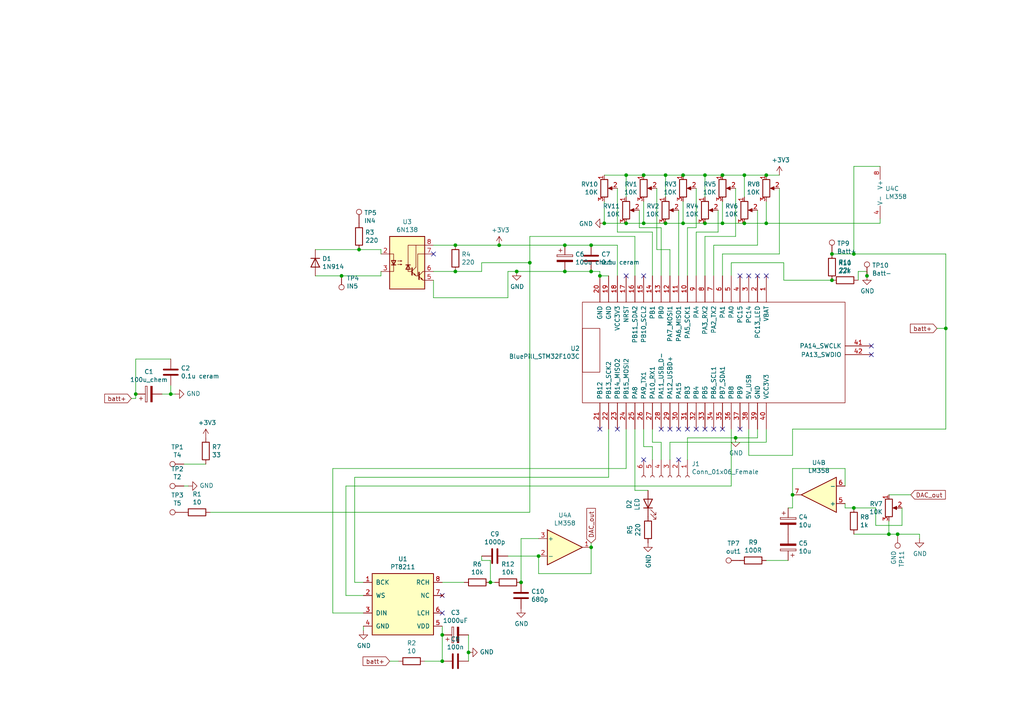
<source format=kicad_sch>
(kicad_sch (version 20211123) (generator eeschema)
  (paper "A4")
  (lib_symbols
    (symbol "10knobs_PT8211-rescue:CP-Device" (pin_numbers hide) (pin_names (offset 0.254))
      (property "Reference" "C" (at 0.635 2.54 0))
      (property "Value" "CP-Device" (at 0.635 -2.54 0))
      (symbol "CP-Device_0_1"
        (rectangle (start -2.286 0.508) (end -2.286 1.016))
        (rectangle (start -2.286 0.508) (end 2.286 0.508))
        (polyline (pts (xy -1.778 2.286) (xy -0.762 2.286)))
        (polyline (pts (xy -1.27 2.794) (xy -1.27 1.778)))
        (rectangle (start 2.286 -0.508) (end -2.286 -1.016) (fill (type outline)))
        (rectangle (start 2.286 1.016) (end -2.286 1.016))
        (rectangle (start 2.286 1.016) (end 2.286 0.508))
      )
      (symbol "CP-Device_1_1"
        (pin passive line (at 0 3.81 270) (length 2.794) (name "~") (number "1"))
        (pin passive line (at 0 -3.81 90) (length 2.794) (name "~") (number "2"))
      )
    )
    (symbol "10knobs_PT8211-rescue:PT8211-pt8211" (pin_names (offset 1.016))
      (property "Reference" "U" (at -8.89 10.16 0))
      (property "Value" "PT8211-pt8211" (at -1.27 10.16 0))
      (symbol "PT8211-pt8211_0_1"
        (rectangle (start -8.89 8.89) (end 8.89 -8.89) (stroke (width 0.254)) (fill (type background)))
      )
      (symbol "PT8211-pt8211_1_1"
        (pin input line (at -11.43 6.35 0) (length 2.54) (name "BCK") (number "1"))
        (pin input line (at -11.43 2.54 0) (length 2.54) (name "WS") (number "2"))
        (pin input line (at -11.43 -2.54 0) (length 2.54) (name "DIN") (number "3"))
        (pin power_in line (at -11.43 -6.35 0) (length 2.54) (name "GND") (number "4"))
        (pin power_in line (at 11.43 -6.35 180) (length 2.54) (name "VDD") (number "5"))
        (pin output line (at 11.43 -2.54 180) (length 2.54) (name "LCH") (number "6"))
        (pin no_connect line (at 11.43 2.54 180) (length 2.54) (name "NC") (number "7"))
        (pin output line (at 11.43 6.35 180) (length 2.54) (name "RCH") (number "8"))
      )
    )
    (symbol "10knobs_PT8211-rescue:R_POT-Device" (pin_names (offset 1.016) hide)
      (property "Reference" "RV" (at -4.445 0 90))
      (property "Value" "R_POT-Device" (at -2.54 0 90))
      (symbol "R_POT-Device_0_1"
        (polyline (pts (xy 2.54 0) (xy 1.524 0)))
        (polyline (pts (xy 1.143 0) (xy 2.286 0.508) (xy 2.286 -0.508) (xy 1.143 0)) (fill (type outline)))
        (rectangle (start 1.016 2.54) (end -1.016 -2.54) (stroke (width 0.254)))
      )
      (symbol "R_POT-Device_1_1"
        (pin passive line (at 0 3.81 270) (length 1.27) (name "1") (number "1"))
        (pin passive line (at 3.81 0 180) (length 1.27) (name "2") (number "2"))
        (pin passive line (at 0 -3.81 90) (length 1.27) (name "3") (number "3"))
      )
    )
    (symbol "Amplifier_Operational:LM358" (pin_names (offset 0.127))
      (property "Reference" "U" (at 0 5.08 0))
      (property "Value" "LM358" (at 0 -5.08 0))
      (symbol "LM358_1_1"
        (polyline (pts (xy -5.08 5.08) (xy 5.08 0) (xy -5.08 -5.08) (xy -5.08 5.08)) (stroke (width 0.254)) (fill (type background)))
        (pin output line (at 7.62 0 180) (length 2.54) (name "~") (number "1"))
        (pin input line (at -7.62 -2.54 0) (length 2.54) (name "-") (number "2"))
        (pin input line (at -7.62 2.54 0) (length 2.54) (name "+") (number "3"))
      )
      (symbol "LM358_2_1"
        (polyline (pts (xy -5.08 5.08) (xy 5.08 0) (xy -5.08 -5.08) (xy -5.08 5.08)) (stroke (width 0.254)) (fill (type background)))
        (pin input line (at -7.62 2.54 0) (length 2.54) (name "+") (number "5"))
        (pin input line (at -7.62 -2.54 0) (length 2.54) (name "-") (number "6"))
        (pin output line (at 7.62 0 180) (length 2.54) (name "~") (number "7"))
      )
      (symbol "LM358_3_1"
        (pin power_in line (at -2.54 -7.62 90) (length 3.81) (name "V-") (number "4"))
        (pin power_in line (at -2.54 7.62 270) (length 3.81) (name "V+") (number "8"))
      )
    )
    (symbol "Connector:Conn_01x06_Female" (pin_names (offset 1.016) hide)
      (property "Reference" "J" (at 0 7.62 0))
      (property "Value" "Conn_01x06_Female" (at 0 -10.16 0))
      (symbol "Conn_01x06_Female_1_1"
        (arc (start 0 -7.112) (mid -0.508 -7.62) (end 0 -8.128) (stroke (width 0.1524)))
        (arc (start 0 -4.572) (mid -0.508 -5.08) (end 0 -5.588) (stroke (width 0.1524)))
        (arc (start 0 -2.032) (mid -0.508 -2.54) (end 0 -3.048) (stroke (width 0.1524)))
        (polyline (pts (xy -1.27 -7.62) (xy -0.508 -7.62)) (stroke (width 0.1524)))
        (polyline (pts (xy -1.27 -5.08) (xy -0.508 -5.08)) (stroke (width 0.1524)))
        (polyline (pts (xy -1.27 -2.54) (xy -0.508 -2.54)) (stroke (width 0.1524)))
        (polyline (pts (xy -1.27 0) (xy -0.508 0)) (stroke (width 0.1524)))
        (polyline (pts (xy -1.27 2.54) (xy -0.508 2.54)) (stroke (width 0.1524)))
        (polyline (pts (xy -1.27 5.08) (xy -0.508 5.08)) (stroke (width 0.1524)))
        (arc (start 0 0.508) (mid -0.508 0) (end 0 -0.508) (stroke (width 0.1524)))
        (arc (start 0 3.048) (mid -0.508 2.54) (end 0 2.032) (stroke (width 0.1524)))
        (arc (start 0 5.588) (mid -0.508 5.08) (end 0 4.572) (stroke (width 0.1524)))
        (pin passive line (at -5.08 5.08 0) (length 3.81) (name "Pin_1") (number "1"))
        (pin passive line (at -5.08 2.54 0) (length 3.81) (name "Pin_2") (number "2"))
        (pin passive line (at -5.08 0 0) (length 3.81) (name "Pin_3") (number "3"))
        (pin passive line (at -5.08 -2.54 0) (length 3.81) (name "Pin_4") (number "4"))
        (pin passive line (at -5.08 -5.08 0) (length 3.81) (name "Pin_5") (number "5"))
        (pin passive line (at -5.08 -7.62 0) (length 3.81) (name "Pin_6") (number "6"))
      )
    )
    (symbol "Connector:TestPoint" (pin_numbers hide) (pin_names (offset 0.762) hide)
      (property "Reference" "TP" (at 0 6.858 0))
      (property "Value" "TestPoint" (at 0 5.08 0))
      (symbol "TestPoint_0_1"
        (circle (center 0 3.302) (radius 0.762))
      )
      (symbol "TestPoint_1_1"
        (pin passive line (at 0 0 90) (length 2.54) (name "1") (number "1"))
      )
    )
    (symbol "Device:C" (pin_numbers hide) (pin_names (offset 0.254))
      (property "Reference" "C" (at 0.635 2.54 0))
      (property "Value" "C" (at 0.635 -2.54 0))
      (symbol "C_0_1"
        (polyline (pts (xy -2.032 -0.762) (xy 2.032 -0.762)) (stroke (width 0.508)))
        (polyline (pts (xy -2.032 0.762) (xy 2.032 0.762)) (stroke (width 0.508)))
      )
      (symbol "C_1_1"
        (pin passive line (at 0 3.81 270) (length 2.794) (name "~") (number "1"))
        (pin passive line (at 0 -3.81 90) (length 2.794) (name "~") (number "2"))
      )
    )
    (symbol "Device:LED" (pin_numbers hide) (pin_names (offset 1.016) hide)
      (property "Reference" "D" (at 0 2.54 0))
      (property "Value" "LED" (at 0 -2.54 0))
      (symbol "LED_0_1"
        (polyline (pts (xy -1.27 -1.27) (xy -1.27 1.27)) (stroke (width 0.254)))
        (polyline (pts (xy -1.27 0) (xy 1.27 0)))
        (polyline (pts (xy 1.27 -1.27) (xy 1.27 1.27) (xy -1.27 0) (xy 1.27 -1.27)) (stroke (width 0.254)))
        (polyline (pts (xy -3.048 -0.762) (xy -4.572 -2.286) (xy -3.81 -2.286) (xy -4.572 -2.286) (xy -4.572 -1.524)))
        (polyline (pts (xy -1.778 -0.762) (xy -3.302 -2.286) (xy -2.54 -2.286) (xy -3.302 -2.286) (xy -3.302 -1.524)))
      )
      (symbol "LED_1_1"
        (pin passive line (at -3.81 0 0) (length 2.54) (name "K") (number "1"))
        (pin passive line (at 3.81 0 180) (length 2.54) (name "A") (number "2"))
      )
    )
    (symbol "Device:R" (pin_numbers hide) (pin_names (offset 0))
      (property "Reference" "R" (at 2.032 0 90))
      (property "Value" "R" (at 0 0 90))
      (symbol "R_0_1"
        (rectangle (start -1.016 -2.54) (end 1.016 2.54) (stroke (width 0.254)))
      )
      (symbol "R_1_1"
        (pin passive line (at 0 3.81 270) (length 1.27) (name "~") (number "1"))
        (pin passive line (at 0 -3.81 90) (length 1.27) (name "~") (number "2"))
      )
    )
    (symbol "Diode:1N914" (pin_numbers hide) (pin_names (offset 1.016) hide)
      (property "Reference" "D" (at 0 2.54 0))
      (property "Value" "1N914" (at 0 -2.54 0))
      (symbol "1N914_0_1"
        (polyline (pts (xy -1.27 1.27) (xy -1.27 -1.27)) (stroke (width 0.254)))
        (polyline (pts (xy 1.27 0) (xy -1.27 0)))
        (polyline (pts (xy 1.27 1.27) (xy 1.27 -1.27) (xy -1.27 0) (xy 1.27 1.27)) (stroke (width 0.254)))
      )
      (symbol "1N914_1_1"
        (pin passive line (at -3.81 0 0) (length 2.54) (name "K") (number "1"))
        (pin passive line (at 3.81 0 180) (length 2.54) (name "A") (number "2"))
      )
    )
    (symbol "Isolator:6N138" (pin_names (offset 1.016) hide)
      (property "Reference" "U" (at -4.064 8.89 0))
      (property "Value" "6N138" (at 2.286 8.89 0))
      (symbol "6N138_0_1"
        (rectangle (start -5.08 7.62) (end 5.08 -7.62) (stroke (width 0.254)) (fill (type background)))
        (polyline (pts (xy -4.572 -0.635) (xy -3.302 -0.635)) (stroke (width 0.254)))
        (polyline (pts (xy 0.889 -0.635) (xy -0.381 -0.635)) (stroke (width 0.254)))
        (polyline (pts (xy 1.397 -2.667) (xy 2.54 -3.81)))
        (polyline (pts (xy 1.397 -2.413) (xy 2.54 -1.27)))
        (polyline (pts (xy 2.54 -3.81) (xy 3.175 -3.81)))
        (polyline (pts (xy 3.429 -3.937) (xy 4.572 -5.08)))
        (polyline (pts (xy 3.429 -3.683) (xy 4.572 -2.54)))
        (polyline (pts (xy 4.572 -5.08) (xy 5.08 -5.08)))
        (polyline (pts (xy 4.572 -2.54) (xy 5.08 -2.54)))
        (polyline (pts (xy 1.397 -1.524) (xy 1.397 -3.556) (xy 1.397 -3.556)) (stroke (width 0.3556)))
        (polyline (pts (xy 2.54 -1.27) (xy 2.54 5.08) (xy 5.08 5.08)))
        (polyline (pts (xy 3.429 -2.794) (xy 3.429 -4.826) (xy 3.429 -4.826)) (stroke (width 0.3556)))
        (polyline (pts (xy 5.08 2.54) (xy 3.048 2.54) (xy 3.048 -3.81)))
        (polyline (pts (xy -5.08 -2.54) (xy -3.937 -2.54) (xy -3.937 2.54) (xy -5.08 2.54)))
        (polyline (pts (xy -3.937 -0.635) (xy -4.572 0.635) (xy -3.302 0.635) (xy -3.937 -0.635)) (stroke (width 0.254)))
        (polyline (pts (xy 0.254 -0.635) (xy 0.889 -1.905) (xy -0.381 -1.905) (xy 0.254 -0.635)) (stroke (width 0.254)))
        (polyline (pts (xy 1.27 -2.54) (xy 0.254 -2.54) (xy 0.254 5.08) (xy 2.54 5.08)))
        (polyline (pts (xy 2.413 -3.683) (xy 2.159 -3.175) (xy 1.905 -3.429) (xy 2.413 -3.683)))
        (polyline (pts (xy 4.445 -4.953) (xy 4.191 -4.445) (xy 3.937 -4.699) (xy 4.445 -4.953)))
        (polyline (pts (xy -2.794 -0.508) (xy -1.524 -0.508) (xy -1.905 -0.635) (xy -1.905 -0.381) (xy -1.524 -0.508)))
        (polyline (pts (xy -2.794 0.508) (xy -1.524 0.508) (xy -1.905 0.381) (xy -1.905 0.635) (xy -1.524 0.508)))
      )
      (symbol "6N138_1_1"
        (pin no_connect line (at -5.08 5.08 0) (length 2.54) hide (name "NC") (number "1"))
        (pin passive line (at -7.62 2.54 0) (length 2.54) (name "C1") (number "2"))
        (pin passive line (at -7.62 -2.54 0) (length 2.54) (name "C2") (number "3"))
        (pin no_connect line (at -5.08 -5.08 0) (length 2.54) hide (name "NC") (number "4"))
        (pin passive line (at 7.62 -5.08 180) (length 2.54) (name "GND") (number "5"))
        (pin passive line (at 7.62 -2.54 180) (length 2.54) (name "VO2") (number "6"))
        (pin passive line (at 7.62 2.54 180) (length 2.54) (name "VO1") (number "7"))
        (pin passive line (at 7.62 5.08 180) (length 2.54) (name "VCC") (number "8"))
      )
    )
    (symbol "bluepill_breakouts:BluePill_STM32F103C" (pin_names (offset 1.016))
      (property "Reference" "U" (at -11.43 -34.29 0))
      (property "Value" "BluePill_STM32F103C" (at 1.27 21.59 0))
      (symbol "BluePill_STM32F103C_0_1"
        (rectangle (start -6.35 -35.56) (end 6.35 -30.48))
      )
      (symbol "BluePill_STM32F103C_1_0"
        (rectangle (start -13.97 -35.56) (end 15.24 40.64))
      )
      (symbol "BluePill_STM32F103C_1_1"
        (pin power_in line (at -21.59 17.78 0) (length 7.62) (name "VBAT") (number "1"))
        (pin bidirectional line (at -21.59 -5.08 0) (length 7.62) (name "PA5_SCK1") (number "10"))
        (pin bidirectional line (at -21.59 -7.62 0) (length 7.62) (name "PA6_MISO1") (number "11"))
        (pin bidirectional line (at -21.59 -10.16 0) (length 7.62) (name "PA7_MOSI1") (number "12"))
        (pin bidirectional line (at -21.59 -12.7 0) (length 7.62) (name "PB0") (number "13"))
        (pin bidirectional line (at -21.59 -15.24 0) (length 7.62) (name "PB1") (number "14"))
        (pin bidirectional line (at -21.59 -17.78 0) (length 7.62) (name "PB10_SCL2") (number "15"))
        (pin bidirectional line (at -21.59 -20.32 0) (length 7.62) (name "PB11_SDA2") (number "16"))
        (pin input line (at -21.59 -22.86 0) (length 7.62) (name "NRST") (number "17"))
        (pin bidirectional line (at -21.59 -25.4 0) (length 7.62) (name "VCC3V3") (number "18"))
        (pin power_in line (at -21.59 -27.94 0) (length 7.62) (name "GND") (number "19"))
        (pin bidirectional line (at -21.59 15.24 0) (length 7.62) (name "PC13_LED") (number "2"))
        (pin power_in line (at -21.59 -30.48 0) (length 7.62) (name "GND") (number "20"))
        (pin bidirectional line (at 22.86 -30.48 180) (length 7.62) (name "PB12") (number "21"))
        (pin bidirectional line (at 22.86 -27.94 180) (length 7.62) (name "PB13_SCK2") (number "22"))
        (pin bidirectional line (at 22.86 -25.4 180) (length 7.62) (name "PB14_MISO2") (number "23"))
        (pin bidirectional line (at 22.86 -22.86 180) (length 7.62) (name "PB15_MOSI2") (number "24"))
        (pin bidirectional line (at 22.86 -20.32 180) (length 7.62) (name "PA8") (number "25"))
        (pin bidirectional line (at 22.86 -17.78 180) (length 7.62) (name "PA9_TX1") (number "26"))
        (pin bidirectional line (at 22.86 -15.24 180) (length 7.62) (name "PA10_RX1") (number "27"))
        (pin bidirectional line (at 22.86 -12.7 180) (length 7.62) (name "PA11_USB_D-") (number "28"))
        (pin bidirectional line (at 22.86 -10.16 180) (length 7.62) (name "PA12_USBD+") (number "29"))
        (pin bidirectional line (at -21.59 12.7 0) (length 7.62) (name "PC14") (number "3"))
        (pin bidirectional line (at 22.86 -7.62 180) (length 7.62) (name "PA15") (number "30"))
        (pin bidirectional line (at 22.86 -5.08 180) (length 7.62) (name "PB3") (number "31"))
        (pin bidirectional line (at 22.86 -2.54 180) (length 7.62) (name "PB4") (number "32"))
        (pin bidirectional line (at 22.86 0 180) (length 7.62) (name "PB5") (number "33"))
        (pin bidirectional line (at 22.86 2.54 180) (length 7.62) (name "PB6_SCL1") (number "34"))
        (pin bidirectional line (at 22.86 5.08 180) (length 7.62) (name "PB7_SDA1") (number "35"))
        (pin bidirectional line (at 22.86 7.62 180) (length 7.62) (name "PB8") (number "36"))
        (pin bidirectional line (at 22.86 10.16 180) (length 7.62) (name "PB9") (number "37"))
        (pin bidirectional line (at 22.86 12.7 180) (length 7.62) (name "5V_USB") (number "38"))
        (pin power_in line (at 22.86 15.24 180) (length 7.62) (name "GND") (number "39"))
        (pin bidirectional line (at -21.59 10.16 0) (length 7.62) (name "PC15") (number "4"))
        (pin bidirectional line (at 22.86 17.78 180) (length 7.62) (name "VCC3V3") (number "40"))
        (pin bidirectional line (at -1.27 48.26 270) (length 7.62) (name "PA14_SWCLK") (number "41"))
        (pin bidirectional line (at 1.27 48.26 270) (length 7.62) (name "PA13_SWDIO") (number "42"))
        (pin bidirectional line (at -21.59 7.62 0) (length 7.62) (name "PA0") (number "5"))
        (pin bidirectional line (at -21.59 5.08 0) (length 7.62) (name "PA1") (number "6"))
        (pin bidirectional line (at -21.59 2.54 0) (length 7.62) (name "PA2_TX2") (number "7"))
        (pin bidirectional line (at -21.59 0 0) (length 7.62) (name "PA3_RX2") (number "8"))
        (pin bidirectional line (at -21.59 -2.54 0) (length 7.62) (name "PA4") (number "9"))
      )
    )
    (symbol "power:+3.3V" (power) (pin_names (offset 0))
      (property "Value" "+3.3V" (at 0 3.556 0))
      (symbol "+3.3V_0_1"
        (polyline (pts (xy -0.762 1.27) (xy 0 2.54)))
        (polyline (pts (xy 0 0) (xy 0 2.54)))
        (polyline (pts (xy 0 2.54) (xy 0.762 1.27)))
      )
      (symbol "+3.3V_1_1"
        (pin power_in line (at 0 0 90) (length 0) hide (name "+3V3") (number "1"))
      )
    )
    (symbol "power:GND" (power) (pin_names (offset 0))
      (property "Value" "GND" (at 0 -3.81 0))
      (symbol "GND_0_1"
        (polyline (pts (xy 0 0) (xy 0 -1.27) (xy 1.27 -1.27) (xy 0 -2.54) (xy -1.27 -1.27) (xy 0 -1.27)))
      )
      (symbol "GND_1_1"
        (pin power_in line (at 0 0 270) (length 0) hide (name "GND") (number "1"))
      )
    )
  )
  (junction (at 132.08 78.74))
  (junction (at 260.35 154.94))
  (junction (at 229.87 143.51))
  (junction (at 186.69 50.8))
  (junction (at 171.45 78.74))
  (junction (at 251.46 80.01))
  (junction (at 49.53 114.3))
  (junction (at 163.83 71.12))
  (junction (at 213.36 127))
  (junction (at 104.14 72.39))
  (junction (at 142.24 168.91))
  (junction (at 144.78 71.12))
  (junction (at 215.9 50.8))
  (junction (at 175.26 64.77))
  (junction (at 209.55 50.8))
  (junction (at 209.55 64.77))
  (junction (at 181.61 50.8))
  (junction (at 99.06 80.01))
  (junction (at 149.86 78.74))
  (junction (at 257.81 154.94))
  (junction (at 215.9 64.77))
  (junction (at 153.67 76.2))
  (junction (at 163.83 78.74))
  (junction (at 222.25 50.8))
  (junction (at 222.25 64.77))
  (junction (at 128.27 184.15))
  (junction (at 151.13 168.91))
  (junction (at 39.37 114.3))
  (junction (at 128.27 191.77))
  (junction (at 198.12 64.77))
  (junction (at 193.04 50.8))
  (junction (at 204.47 50.8))
  (junction (at 171.45 71.12))
  (junction (at 204.47 64.77))
  (junction (at 198.12 50.8))
  (junction (at 156.21 161.29))
  (junction (at 241.3 81.28))
  (junction (at 173.99 80.01))
  (junction (at 135.89 189.23))
  (junction (at 171.45 158.75))
  (junction (at 241.3 73.66))
  (junction (at 181.61 64.77))
  (junction (at 132.08 71.12))
  (junction (at 193.04 64.77))
  (junction (at 247.65 73.66))
  (junction (at 274.32 95.25))
  (junction (at 247.65 147.32))
  (junction (at 186.69 64.77))
  (no_connect (at 128.27 177.8))
  (no_connect (at 204.47 124.46))
  (no_connect (at 191.77 124.46))
  (no_connect (at 214.63 124.46))
  (no_connect (at 196.85 124.46))
  (no_connect (at 128.27 172.72))
  (no_connect (at 207.01 124.46))
  (no_connect (at 219.71 80.01))
  (no_connect (at 252.73 100.33))
  (no_connect (at 125.73 73.66))
  (no_connect (at 179.07 124.46))
  (no_connect (at 214.63 80.01))
  (no_connect (at 181.61 80.01))
  (no_connect (at 199.39 124.46))
  (no_connect (at 209.55 124.46))
  (no_connect (at 201.93 124.46))
  (no_connect (at 194.31 124.46))
  (no_connect (at 252.73 102.87))
  (no_connect (at 173.99 124.46))
  (no_connect (at 217.17 80.01))
  (no_connect (at 222.25 80.01))
  (no_connect (at 186.69 80.01))
  (no_connect (at 196.85 133.35))
  (no_connect (at 186.69 133.35))
  (wire (pts (xy 176.53 80.01) (xy 173.99 80.01)))
  (wire (pts (xy 171.45 158.75) (xy 171.45 166.37)))
  (wire (pts (xy 186.69 64.77) (xy 193.04 64.77)))
  (wire (pts (xy 181.61 124.46) (xy 181.61 135.89)))
  (wire (pts (xy 213.36 68.58) (xy 204.47 68.58)))
  (wire (pts (xy 184.15 68.58) (xy 153.67 68.58)))
  (wire (pts (xy 190.5 54.61) (xy 190.5 72.39)))
  (wire (pts (xy 251.46 80.01) (xy 251.46 78.74)))
  (wire (pts (xy 254 152.4) (xy 261.62 152.4)))
  (wire (pts (xy 204.47 50.8) (xy 204.47 57.15)))
  (wire (pts (xy 261.62 152.4) (xy 261.62 147.32)))
  (wire (pts (xy 53.34 134.62) (xy 59.69 134.62)))
  (wire (pts (xy 181.61 64.77) (xy 186.69 64.77)))
  (wire (pts (xy 91.44 80.01) (xy 99.06 80.01)))
  (wire (pts (xy 274.32 95.25) (xy 274.32 124.46)))
  (wire (pts (xy 190.5 72.39) (xy 194.31 72.39)))
  (wire (pts (xy 128.27 191.77) (xy 123.19 191.77)))
  (wire (pts (xy 189.23 128.27) (xy 191.77 128.27)))
  (wire (pts (xy 39.37 115.57) (xy 38.1 115.57)))
  (wire (pts (xy 185.42 60.96) (xy 185.42 66.04)))
  (wire (pts (xy 139.7 78.74) (xy 132.08 78.74)))
  (wire (pts (xy 60.96 148.59) (xy 153.67 148.59)))
  (wire (pts (xy 201.93 67.31) (xy 201.93 80.01)))
  (wire (pts (xy 191.77 128.27) (xy 191.77 133.35)))
  (wire (pts (xy 189.23 129.54) (xy 189.23 133.35)))
  (wire (pts (xy 181.61 135.89) (xy 96.52 135.89)))
  (wire (pts (xy 247.65 154.94) (xy 257.81 154.94)))
  (wire (pts (xy 248.92 78.74) (xy 248.92 81.28)))
  (wire (pts (xy 241.3 81.28) (xy 227.33 81.28)))
  (wire (pts (xy 49.53 111.76) (xy 49.53 114.3)))
  (wire (pts (xy 186.69 129.54) (xy 189.23 129.54)))
  (wire (pts (xy 128.27 181.61) (xy 128.27 184.15)))
  (wire (pts (xy 219.71 127) (xy 213.36 127)))
  (wire (pts (xy 266.7 154.94) (xy 266.7 156.21)))
  (wire (pts (xy 204.47 64.77) (xy 198.12 64.77)))
  (wire (pts (xy 213.36 127) (xy 199.39 127)))
  (wire (pts (xy 179.07 54.61) (xy 179.07 67.31)))
  (wire (pts (xy 222.25 64.77) (xy 255.27 64.77)))
  (wire (pts (xy 149.86 78.74) (xy 163.83 78.74)))
  (wire (pts (xy 209.55 50.8) (xy 204.47 50.8)))
  (wire (pts (xy 176.53 124.46) (xy 176.53 138.43)))
  (wire (pts (xy 153.67 68.58) (xy 153.67 76.2)))
  (wire (pts (xy 151.13 156.21) (xy 156.21 156.21)))
  (wire (pts (xy 175.26 64.77) (xy 181.61 64.77)))
  (wire (pts (xy 219.71 71.12) (xy 207.01 71.12)))
  (wire (pts (xy 46.99 114.3) (xy 49.53 114.3)))
  (wire (pts (xy 229.87 135.89) (xy 229.87 143.51)))
  (wire (pts (xy 229.87 143.51) (xy 229.87 147.32)))
  (wire (pts (xy 99.06 80.01) (xy 110.49 80.01)))
  (wire (pts (xy 222.25 50.8) (xy 226.06 50.8)))
  (wire (pts (xy 264.16 143.51) (xy 257.81 143.51)))
  (wire (pts (xy 212.09 76.2) (xy 212.09 80.01)))
  (wire (pts (xy 222.25 162.56) (xy 228.6 162.56)))
  (wire (pts (xy 39.37 104.14) (xy 39.37 114.3)))
  (wire (pts (xy 135.89 189.23) (xy 135.89 191.77)))
  (wire (pts (xy 209.55 64.77) (xy 215.9 64.77)))
  (wire (pts (xy 217.17 132.08) (xy 217.17 124.46)))
  (wire (pts (xy 186.69 124.46) (xy 186.69 129.54)))
  (wire (pts (xy 139.7 76.2) (xy 139.7 78.74)))
  (wire (pts (xy 156.21 166.37) (xy 156.21 161.29)))
  (wire (pts (xy 39.37 104.14) (xy 49.53 104.14)))
  (wire (pts (xy 208.28 60.96) (xy 208.28 67.31)))
  (wire (pts (xy 147.32 86.36) (xy 147.32 78.74)))
  (wire (pts (xy 219.71 60.96) (xy 219.71 71.12)))
  (wire (pts (xy 151.13 168.91) (xy 151.13 156.21)))
  (wire (pts (xy 194.31 128.27) (xy 222.25 128.27)))
  (wire (pts (xy 171.45 166.37) (xy 156.21 166.37)))
  (wire (pts (xy 229.87 147.32) (xy 228.6 147.32)))
  (wire (pts (xy 100.33 172.72) (xy 105.41 172.72)))
  (wire (pts (xy 175.26 50.8) (xy 181.61 50.8)))
  (wire (pts (xy 105.41 181.61) (xy 105.41 182.88)))
  (wire (pts (xy 222.25 64.77) (xy 222.25 58.42)))
  (wire (pts (xy 247.65 48.26) (xy 247.65 73.66)))
  (wire (pts (xy 196.85 60.96) (xy 196.85 80.01)))
  (wire (pts (xy 132.08 71.12) (xy 144.78 71.12)))
  (wire (pts (xy 227.33 76.2) (xy 212.09 76.2)))
  (wire (pts (xy 215.9 50.8) (xy 222.25 50.8)))
  (wire (pts (xy 176.53 138.43) (xy 102.87 138.43)))
  (wire (pts (xy 125.73 71.12) (xy 132.08 71.12)))
  (wire (pts (xy 245.11 140.97) (xy 245.11 135.89)))
  (wire (pts (xy 245.11 135.89) (xy 229.87 135.89)))
  (wire (pts (xy 227.33 81.28) (xy 227.33 76.2)))
  (wire (pts (xy 186.69 50.8) (xy 193.04 50.8)))
  (wire (pts (xy 100.33 140.97) (xy 100.33 172.72)))
  (wire (pts (xy 209.55 73.66) (xy 209.55 80.01)))
  (wire (pts (xy 189.23 67.31) (xy 189.23 80.01)))
  (wire (pts (xy 171.45 71.12) (xy 179.07 71.12)))
  (wire (pts (xy 186.69 64.77) (xy 186.69 58.42)))
  (wire (pts (xy 198.12 50.8) (xy 193.04 50.8)))
  (wire (pts (xy 181.61 57.15) (xy 181.61 50.8)))
  (wire (pts (xy 142.24 162.56) (xy 139.7 162.56)))
  (wire (pts (xy 125.73 81.28) (xy 125.73 86.36)))
  (wire (pts (xy 110.49 78.74) (xy 110.49 80.01)))
  (wire (pts (xy 184.15 124.46) (xy 184.15 142.24)))
  (wire (pts (xy 251.46 78.74) (xy 248.92 78.74)))
  (wire (pts (xy 125.73 78.74) (xy 132.08 78.74)))
  (wire (pts (xy 54.61 140.97) (xy 53.34 140.97)))
  (wire (pts (xy 179.07 80.01) (xy 179.07 71.12)))
  (wire (pts (xy 209.55 58.42) (xy 209.55 64.77)))
  (wire (pts (xy 241.3 73.66) (xy 247.65 73.66)))
  (wire (pts (xy 201.93 66.04) (xy 199.39 66.04)))
  (wire (pts (xy 226.06 54.61) (xy 226.06 73.66)))
  (wire (pts (xy 171.45 157.48) (xy 171.45 158.75)))
  (wire (pts (xy 194.31 72.39) (xy 194.31 80.01)))
  (wire (pts (xy 171.45 78.74) (xy 173.99 78.74)))
  (wire (pts (xy 185.42 66.04) (xy 191.77 66.04)))
  (wire (pts (xy 254 147.32) (xy 254 152.4)))
  (wire (pts (xy 208.28 67.31) (xy 201.93 67.31)))
  (wire (pts (xy 204.47 68.58) (xy 204.47 80.01)))
  (wire (pts (xy 102.87 138.43) (xy 102.87 168.91)))
  (wire (pts (xy 142.24 168.91) (xy 143.51 168.91)))
  (wire (pts (xy 102.87 168.91) (xy 105.41 168.91)))
  (wire (pts (xy 163.83 71.12) (xy 171.45 71.12)))
  (wire (pts (xy 204.47 50.8) (xy 198.12 50.8)))
  (wire (pts (xy 184.15 80.01) (xy 184.15 68.58)))
  (wire (pts (xy 215.9 50.8) (xy 215.9 57.15)))
  (wire (pts (xy 147.32 78.74) (xy 149.86 78.74)))
  (wire (pts (xy 179.07 67.31) (xy 189.23 67.31)))
  (wire (pts (xy 100.33 140.97) (xy 212.09 140.97)))
  (wire (pts (xy 245.11 147.32) (xy 245.11 146.05)))
  (wire (pts (xy 247.65 147.32) (xy 254 147.32)))
  (wire (pts (xy 199.39 127) (xy 199.39 133.35)))
  (wire (pts (xy 153.67 76.2) (xy 153.67 148.59)))
  (wire (pts (xy 271.78 95.25) (xy 274.32 95.25)))
  (wire (pts (xy 212.09 124.46) (xy 212.09 140.97)))
  (wire (pts (xy 139.7 162.56) (xy 139.7 161.29)))
  (wire (pts (xy 175.26 64.77) (xy 175.26 58.42)))
  (wire (pts (xy 91.44 72.39) (xy 104.14 72.39)))
  (wire (pts (xy 229.87 124.46) (xy 274.32 124.46)))
  (wire (pts (xy 215.9 64.77) (xy 222.25 64.77)))
  (wire (pts (xy 186.69 50.8) (xy 181.61 50.8)))
  (wire (pts (xy 193.04 57.15) (xy 193.04 50.8)))
  (wire (pts (xy 128.27 168.91) (xy 134.62 168.91)))
  (wire (pts (xy 128.27 184.15) (xy 128.27 191.77)))
  (wire (pts (xy 144.78 71.12) (xy 163.83 71.12)))
  (wire (pts (xy 215.9 50.8) (xy 209.55 50.8)))
  (wire (pts (xy 255.27 64.77) (xy 255.27 63.5)))
  (wire (pts (xy 229.87 124.46) (xy 229.87 132.08)))
  (wire (pts (xy 222.25 124.46) (xy 222.25 128.27)))
  (wire (pts (xy 217.17 132.08) (xy 229.87 132.08)))
  (wire (pts (xy 257.81 154.94) (xy 260.35 154.94)))
  (wire (pts (xy 247.65 147.32) (xy 245.11 147.32)))
  (wire (pts (xy 135.89 184.15) (xy 135.89 189.23)))
  (wire (pts (xy 199.39 66.04) (xy 199.39 80.01)))
  (wire (pts (xy 125.73 86.36) (xy 147.32 86.36)))
  (wire (pts (xy 191.77 66.04) (xy 191.77 80.01)))
  (wire (pts (xy 115.57 191.77) (xy 113.03 191.77)))
  (wire (pts (xy 226.06 73.66) (xy 209.55 73.66)))
  (wire (pts (xy 49.53 114.3) (xy 50.8 114.3)))
  (wire (pts (xy 274.32 73.66) (xy 274.32 95.25)))
  (wire (pts (xy 142.24 168.91) (xy 142.24 162.56)))
  (wire (pts (xy 257.81 151.13) (xy 257.81 154.94)))
  (wire (pts (xy 163.83 78.74) (xy 171.45 78.74)))
  (wire (pts (xy 96.52 135.89) (xy 96.52 177.8)))
  (wire (pts (xy 147.32 161.29) (xy 156.21 161.29)))
  (wire (pts (xy 209.55 64.77) (xy 204.47 64.77)))
  (wire (pts (xy 247.65 73.66) (xy 274.32 73.66)))
  (wire (pts (xy 219.71 124.46) (xy 219.71 127)))
  (wire (pts (xy 39.37 114.3) (xy 39.37 115.57)))
  (wire (pts (xy 201.93 54.61) (xy 201.93 66.04)))
  (wire (pts (xy 104.14 72.39) (xy 110.49 72.39)))
  (wire (pts (xy 207.01 71.12) (xy 207.01 80.01)))
  (wire (pts (xy 184.15 142.24) (xy 187.96 142.24)))
  (wire (pts (xy 213.36 54.61) (xy 213.36 68.58)))
  (wire (pts (xy 255.27 48.26) (xy 247.65 48.26)))
  (wire (pts (xy 260.35 154.94) (xy 266.7 154.94)))
  (wire (pts (xy 189.23 124.46) (xy 189.23 128.27)))
  (wire (pts (xy 194.31 128.27) (xy 194.31 133.35)))
  (wire (pts (xy 173.99 78.74) (xy 173.99 80.01)))
  (wire (pts (xy 198.12 64.77) (xy 193.04 64.77)))
  (wire (pts (xy 96.52 177.8) (xy 105.41 177.8)))
  (wire (pts (xy 153.67 76.2) (xy 139.7 76.2)))
  (wire (pts (xy 110.49 72.39) (xy 110.49 73.66)))
  (wire (pts (xy 198.12 58.42) (xy 198.12 64.77)))
  (global_label "batt+" (shape input) (at 271.78 95.25 180) (property "Références Inter-Feuilles" "${INTERSHEET_REFS}" (effects hide)))
  (global_label "DAC_out" (shape input) (at 171.45 157.48 90) (property "Références Inter-Feuilles" "${INTERSHEET_REFS}" (effects hide)))
  (global_label "batt+" (shape input) (at 113.03 191.77 180) (property "Références Inter-Feuilles" "${INTERSHEET_REFS}" (effects hide)))
  (global_label "DAC_out" (shape input) (at 264.16 143.51 0) (property "Références Inter-Feuilles" "${INTERSHEET_REFS}" (effects hide)))
  (global_label "batt+" (shape input) (at 38.1 115.57 180) (property "Références Inter-Feuilles" "${INTERSHEET_REFS}" (effects hide)))
  (symbol (lib_id "bluepill_breakouts:BluePill_STM32F103C") (at 204.47 101.6 270) (unit 1)
    (property "Reference" "U2" (at 168.1988 101.0666 90) (effects (justify right)))
    (property "Value" "BluePill_STM32F103C" (at 168.1988 103.378 90) (effects (justify right)))
    (property "Footprint" "BluePill_breakouts:BluePill_STM32F103C" (effects hide))
    (property "Datasheet" "www.rogerclark.net" (effects hide))
  )
  (symbol (lib_id "10knobs_PT8211-rescue:R_POT-Device") (at 222.25 54.61 0) (unit 1)
    (property "Reference" "RV8" (at 220.472 53.4416 0) (effects (justify right)))
    (property "Value" "10K" (at 220.472 55.753 0) (effects (justify right)))
    (property "Footprint" "Potentiometer_THT:Potentiometer_Alps_RK09K_Single_Vertical" (effects hide))
  )
  (symbol (lib_id "10knobs_PT8211-rescue:R_POT-Device") (at 257.81 147.32 0) (unit 1)
    (property "Reference" "RV7" (at 256.032 146.1516 0) (effects (justify right)))
    (property "Value" "10K" (at 256.032 148.463 0) (effects (justify right)))
    (property "Footprint" "Potentiometer_THT:Potentiometer_Alps_RK09K_Single_Vertical" (effects hide))
  )
  (symbol (lib_id "10knobs_PT8211-rescue:R_POT-Device") (at 215.9 60.96 0) (unit 1)
    (property "Reference" "RV6" (at 214.122 59.7916 0) (effects (justify right)))
    (property "Value" "10K" (at 214.122 62.103 0) (effects (justify right)))
    (property "Footprint" "Potentiometer_THT:Potentiometer_Alps_RK09K_Single_Vertical" (effects hide))
  )
  (symbol (lib_id "10knobs_PT8211-rescue:R_POT-Device") (at 209.55 54.61 0) (unit 1)
    (property "Reference" "RV5" (at 207.772 53.4416 0) (effects (justify right)))
    (property "Value" "10K" (at 207.772 55.753 0) (effects (justify right)))
    (property "Footprint" "Potentiometer_THT:Potentiometer_Alps_RK09K_Single_Vertical" (effects hide))
  )
  (symbol (lib_id "10knobs_PT8211-rescue:R_POT-Device") (at 204.47 60.96 0) (unit 1)
    (property "Reference" "RV4" (at 202.692 59.7916 0) (effects (justify right)))
    (property "Value" "10K" (at 202.692 62.103 0) (effects (justify right)))
    (property "Footprint" "Potentiometer_THT:Potentiometer_Alps_RK09K_Single_Vertical" (effects hide))
  )
  (symbol (lib_id "10knobs_PT8211-rescue:R_POT-Device") (at 198.12 54.61 0) (unit 1)
    (property "Reference" "RV3" (at 196.342 53.4416 0) (effects (justify right)))
    (property "Value" "10K" (at 196.342 55.753 0) (effects (justify right)))
    (property "Footprint" "Potentiometer_THT:Potentiometer_Alps_RK09K_Single_Vertical" (effects hide))
  )
  (symbol (lib_id "10knobs_PT8211-rescue:R_POT-Device") (at 193.04 60.96 0) (unit 1)
    (property "Reference" "RV2" (at 191.262 59.7916 0) (effects (justify right)))
    (property "Value" "10K" (at 191.262 62.103 0) (effects (justify right)))
    (property "Footprint" "Potentiometer_THT:Potentiometer_Alps_RK09K_Single_Vertical" (effects hide))
  )
  (symbol (lib_id "10knobs_PT8211-rescue:R_POT-Device") (at 186.69 54.61 0) (unit 1)
    (property "Reference" "RV1" (at 184.912 53.4416 0) (effects (justify right)))
    (property "Value" "10K" (at 184.912 55.753 0) (effects (justify right)))
    (property "Footprint" "Potentiometer_THT:Potentiometer_Alps_RK09K_Single_Vertical" (effects hide))
  )
  (symbol (lib_id "Connector:TestPoint") (at 214.63 162.56 90) (unit 1)
    (property "Reference" "TP7" (at 212.7504 157.607 90))
    (property "Value" "out1" (at 212.7504 159.9184 90))
    (property "Footprint" "TestPoint:TestPoint_THTPad_2.5x2.5mm_Drill1.2mm" (effects hide))
  )
  (symbol (lib_id "Diode:1N914") (at 91.44 76.2 270) (unit 1)
    (property "Reference" "D1" (at 93.4466 75.0316 90) (effects (justify left)))
    (property "Value" "1N914" (at 93.4466 77.343 90) (effects (justify left)))
    (property "Footprint" "Diode_THT:D_DO-35_SOD27_P7.62mm_Horizontal" (effects hide))
    (property "Datasheet" "http://www.vishay.com/docs/85622/1n914.pdf" (effects hide))
  )
  (symbol (lib_id "Connector:TestPoint") (at 104.14 64.77 0) (unit 1)
    (property "Reference" "TP5" (at 105.6132 61.722 0) (effects (justify left)))
    (property "Value" "IN4" (at 105.6132 64.0334 0) (effects (justify left)))
    (property "Footprint" "TestPoint:TestPoint_THTPad_2.5x2.5mm_Drill1.2mm" (effects hide))
  )
  (symbol (lib_id "Connector:TestPoint") (at 99.06 80.01 180) (unit 1)
    (property "Reference" "TP4" (at 100.5332 80.6958 0) (effects (justify right)))
    (property "Value" "IN5" (at 100.5332 83.0072 0) (effects (justify right)))
    (property "Footprint" "TestPoint:TestPoint_THTPad_2.5x2.5mm_Drill1.2mm" (effects hide))
  )
  (symbol (lib_id "Device:R") (at 104.14 68.58 0) (unit 1)
    (property "Reference" "R3" (at 105.918 67.4116 0) (effects (justify left)))
    (property "Value" "220" (at 105.918 69.723 0) (effects (justify left)))
    (property "Footprint" "Resistor_THT:R_Axial_DIN0207_L6.3mm_D2.5mm_P7.62mm_Horizontal" (effects hide))
  )
  (symbol (lib_id "Connector:TestPoint") (at 53.34 134.62 90) (unit 1)
    (property "Reference" "TP1" (at 51.4604 129.667 90))
    (property "Value" "T4" (at 51.4604 131.9784 90))
    (property "Footprint" "TestPoint:TestPoint_THTPad_2.5x2.5mm_Drill1.2mm" (effects hide))
  )
  (symbol (lib_id "Connector:TestPoint") (at 53.34 140.97 90) (unit 1)
    (property "Reference" "TP2" (at 51.4604 136.017 90))
    (property "Value" "T2" (at 51.4604 138.3284 90))
    (property "Footprint" "TestPoint:TestPoint_THTPad_2.5x2.5mm_Drill1.2mm" (effects hide))
  )
  (symbol (lib_id "Connector:TestPoint") (at 53.34 148.59 90) (unit 1)
    (property "Reference" "TP3" (at 51.4604 143.637 90))
    (property "Value" "T5" (at 51.4604 145.9484 90))
    (property "Footprint" "TestPoint:TestPoint_THTPad_2.5x2.5mm_Drill1.2mm" (effects hide))
  )
  (symbol (lib_id "power:GND") (at 149.86 78.74 0) (unit 1)
    (property "Reference" "#PWR0101" (effects hide))
    (property "Value" "GND" (at 149.987 83.1342 0))
  )
  (symbol (lib_id "power:+3.3V") (at 226.06 50.8 0) (unit 1)
    (property "Reference" "#PWR0102" (effects hide))
    (property "Value" "+3.3V" (at 226.441 46.4058 0))
  )
  (symbol (lib_id "power:GND") (at 54.61 140.97 90) (unit 1)
    (property "Reference" "#PWR0103" (effects hide))
    (property "Value" "GND" (at 57.8612 140.843 90) (effects (justify right)))
  )
  (symbol (lib_id "Device:R") (at 57.15 148.59 90) (unit 1)
    (property "Reference" "R1" (at 57.15 143.3322 90))
    (property "Value" "10" (at 57.15 145.6436 90))
    (property "Footprint" "Resistor_THT:R_Axial_DIN0207_L6.3mm_D2.5mm_P7.62mm_Horizontal" (effects hide))
  )
  (symbol (lib_id "power:GND") (at 266.7 156.21 0) (unit 1)
    (property "Reference" "#PWR0104" (effects hide))
    (property "Value" "GND" (at 266.827 160.6042 0))
  )
  (symbol (lib_id "Device:LED") (at 187.96 146.05 90) (unit 1)
    (property "Reference" "D2" (at 182.4736 146.2786 0))
    (property "Value" "LED" (at 184.785 146.2786 0))
    (property "Footprint" "LED_THT:LED_D3.0mm" (effects hide))
  )
  (symbol (lib_id "Device:R") (at 187.96 153.67 0) (unit 1)
    (property "Reference" "R5" (at 182.7022 153.67 90))
    (property "Value" "220" (at 185.0136 153.67 90))
    (property "Footprint" "Resistor_THT:R_Axial_DIN0207_L6.3mm_D2.5mm_P7.62mm_Horizontal" (effects hide))
  )
  (symbol (lib_id "power:GND") (at 187.96 157.48 0) (unit 1)
    (property "Reference" "#PWR0106" (effects hide))
    (property "Value" "GND" (at 188.087 160.7312 90) (effects (justify right)))
  )
  (symbol (lib_id "Device:R") (at 247.65 151.13 0) (unit 1)
    (property "Reference" "R8" (at 249.428 149.9616 0) (effects (justify left)))
    (property "Value" "1k" (at 249.428 152.273 0) (effects (justify left)))
    (property "Footprint" "Resistor_THT:R_Axial_DIN0207_L6.3mm_D2.5mm_P7.62mm_Horizontal" (effects hide))
  )
  (symbol (lib_id "Connector:TestPoint") (at 241.3 73.66 0) (unit 1)
    (property "Reference" "TP9" (at 242.7732 70.612 0) (effects (justify left)))
    (property "Value" "Batt+" (at 242.7732 72.9234 0) (effects (justify left)))
    (property "Footprint" "TestPoint:TestPoint_THTPad_2.5x2.5mm_Drill1.2mm" (effects hide))
  )
  (symbol (lib_id "Connector:TestPoint") (at 251.46 80.01 0) (unit 1)
    (property "Reference" "TP10" (at 252.9332 76.962 0) (effects (justify left)))
    (property "Value" "Batt-" (at 252.9332 79.2734 0) (effects (justify left)))
    (property "Footprint" "TestPoint:TestPoint_THTPad_2.5x2.5mm_Drill1.2mm" (effects hide))
  )
  (symbol (lib_id "power:GND") (at 251.46 80.01 0) (unit 1)
    (property "Reference" "#PWR0107" (effects hide))
    (property "Value" "GND" (at 251.587 84.4042 0))
  )
  (symbol (lib_id "Connector:TestPoint") (at 260.35 154.94 180) (unit 1)
    (property "Reference" "TP11" (at 261.5184 159.6898 90) (effects (justify left)))
    (property "Value" "GND" (at 259.207 159.6898 90) (effects (justify left)))
    (property "Footprint" "TestPoint:TestPoint_THTPad_2.5x2.5mm_Drill1.2mm" (effects hide))
  )
  (symbol (lib_id "10knobs_PT8211-rescue:R_POT-Device") (at 181.61 60.96 0) (unit 1)
    (property "Reference" "RV11" (at 179.832 59.7916 0) (effects (justify right)))
    (property "Value" "10K" (at 179.832 62.103 0) (effects (justify right)))
    (property "Footprint" "Potentiometer_THT:Potentiometer_Alps_RK09K_Single_Vertical" (effects hide))
  )
  (symbol (lib_id "10knobs_PT8211-rescue:R_POT-Device") (at 175.26 54.61 0) (unit 1)
    (property "Reference" "RV10" (at 173.482 53.4416 0) (effects (justify right)))
    (property "Value" "10K" (at 173.482 55.753 0) (effects (justify right)))
    (property "Footprint" "Potentiometer_THT:Potentiometer_Alps_RK09K_Single_Vertical" (effects hide))
  )
  (symbol (lib_id "Device:R") (at 241.3 77.47 0) (unit 1)
    (property "Reference" "R10" (at 243.078 76.3016 0) (effects (justify left)))
    (property "Value" "22k" (at 243.078 78.613 0) (effects (justify left)))
    (property "Footprint" "Resistor_THT:R_Axial_DIN0207_L6.3mm_D2.5mm_P7.62mm_Horizontal" (effects hide))
  )
  (symbol (lib_id "Device:R") (at 245.11 81.28 270) (unit 1)
    (property "Reference" "R11" (at 245.11 76.0222 90))
    (property "Value" "22k" (at 245.11 78.3336 90))
    (property "Footprint" "Resistor_THT:R_Axial_DIN0207_L6.3mm_D2.5mm_P7.62mm_Horizontal" (effects hide))
  )
  (symbol (lib_id "power:GND") (at 175.26 64.77 270) (unit 1)
    (property "Reference" "#PWR0105" (effects hide))
    (property "Value" "GND" (at 172.0088 64.897 90) (effects (justify right)))
  )
  (symbol (lib_id "power:GND") (at 105.41 182.88 0) (unit 1)
    (property "Reference" "#PWR0108" (effects hide))
    (property "Value" "GND" (at 105.537 187.2742 0))
  )
  (symbol (lib_id "Amplifier_Operational:LM358") (at 163.83 158.75 0) (unit 1)
    (property "Reference" "U4" (at 163.83 149.4282 0))
    (property "Value" "LM358" (at 163.83 151.7396 0))
    (property "Footprint" "Package_DIP:DIP-8_W7.62mm" (effects hide))
    (property "Datasheet" "http://www.ti.com/lit/ds/symlink/lm2904-n.pdf" (effects hide))
  )
  (symbol (lib_id "Amplifier_Operational:LM358") (at 237.49 143.51 180) (unit 2)
    (property "Reference" "U4" (at 237.49 134.1882 0))
    (property "Value" "LM358" (at 237.49 136.4996 0))
    (property "Footprint" "Package_DIP:DIP-8_W7.62mm" (effects hide))
    (property "Datasheet" "http://www.ti.com/lit/ds/symlink/lm2904-n.pdf" (effects hide))
  )
  (symbol (lib_id "Amplifier_Operational:LM358") (at 257.81 55.88 0) (unit 3)
    (property "Reference" "U4" (at 256.7432 54.7116 0) (effects (justify left)))
    (property "Value" "LM358" (at 256.7432 57.023 0) (effects (justify left)))
    (property "Footprint" "Package_DIP:DIP-8_W7.62mm" (effects hide))
    (property "Datasheet" "http://www.ti.com/lit/ds/symlink/lm2904-n.pdf" (effects hide))
  )
  (symbol (lib_id "power:GND") (at 50.8 114.3 90) (unit 1)
    (property "Reference" "#PWR0109" (effects hide))
    (property "Value" "GND" (at 54.0512 114.173 90) (effects (justify right)))
  )
  (symbol (lib_id "Isolator:6N138") (at 118.11 76.2 0) (unit 1)
    (property "Reference" "U3" (at 118.11 64.3382 0))
    (property "Value" "6N138" (at 118.11 66.6496 0))
    (property "Footprint" "Package_DIP:DIP-8_W7.62mm" (effects hide))
    (property "Datasheet" "http://www.onsemi.com/pub/Collateral/HCPL2731-D.pdf" (effects hide))
  )
  (symbol (lib_id "Device:R") (at 132.08 74.93 0) (unit 1)
    (property "Reference" "R4" (at 133.858 73.7616 0) (effects (justify left)))
    (property "Value" "220" (at 133.858 76.073 0) (effects (justify left)))
    (property "Footprint" "Resistor_THT:R_Axial_DIN0207_L6.3mm_D2.5mm_P7.62mm_Horizontal" (effects hide))
  )
  (symbol (lib_id "power:+3.3V") (at 144.78 71.12 0) (unit 1)
    (property "Reference" "#PWR0111" (effects hide))
    (property "Value" "+3.3V" (at 145.161 66.7258 0))
  )
  (symbol (lib_id "Connector:Conn_01x06_Female") (at 194.31 138.43 270) (unit 1)
    (property "Reference" "J1" (at 200.6092 134.5438 90) (effects (justify left)))
    (property "Value" "Conn_01x06_Female" (at 200.6092 136.8552 90) (effects (justify left)))
    (property "Footprint" "Connector_PinHeader_2.54mm:PinHeader_1x06_P2.54mm_Vertical" (effects hide))
  )
  (symbol (lib_id "Device:R") (at 59.69 130.81 0) (unit 1)
    (property "Reference" "R7" (at 61.468 129.6416 0) (effects (justify left)))
    (property "Value" "33" (at 61.468 131.953 0) (effects (justify left)))
    (property "Footprint" "Resistor_THT:R_Axial_DIN0207_L6.3mm_D2.5mm_P7.62mm_Horizontal" (effects hide))
  )
  (symbol (lib_id "10knobs_PT8211-rescue:CP-Device") (at 228.6 151.13 0) (unit 1)
    (property "Reference" "C4" (at 231.5972 149.9616 0) (effects (justify left)))
    (property "Value" "10u" (at 231.5972 152.273 0) (effects (justify left)))
    (property "Footprint" "Capacitor_THT:CP_Radial_D5.0mm_P2.50mm" (effects hide))
  )
  (symbol (lib_id "10knobs_PT8211-rescue:CP-Device") (at 228.6 158.75 180) (unit 1)
    (property "Reference" "C5" (at 231.5972 157.5816 0) (effects (justify right)))
    (property "Value" "10u" (at 231.5972 159.893 0) (effects (justify right)))
    (property "Footprint" "Capacitor_THT:CP_Radial_D5.0mm_P2.50mm" (effects hide))
  )
  (symbol (lib_id "power:+3.3V") (at 59.69 127 0) (unit 1)
    (property "Reference" "#PWR0110" (effects hide))
    (property "Value" "+3.3V" (at 60.071 122.6058 0))
  )
  (symbol (lib_id "Device:R") (at 218.44 162.56 270) (unit 1)
    (property "Reference" "R9" (at 218.44 157.3022 90))
    (property "Value" "100R" (at 218.44 159.6136 90))
    (property "Footprint" "Resistor_THT:R_Axial_DIN0207_L6.3mm_D2.5mm_P7.62mm_Horizontal" (effects hide))
  )
  (symbol (lib_id "10knobs_PT8211-rescue:CP-Device") (at 43.18 114.3 90) (unit 1)
    (property "Reference" "C1" (at 43.18 107.823 90))
    (property "Value" "100u_chem" (at 43.18 110.1344 90))
    (property "Footprint" "Capacitor_THT:CP_Radial_D5.0mm_P2.50mm" (effects hide))
  )
  (symbol (lib_id "Device:C") (at 49.53 107.95 0) (unit 1)
    (property "Reference" "C2" (at 52.451 106.7816 0) (effects (justify left)))
    (property "Value" "0.1u ceram" (at 52.451 109.093 0) (effects (justify left)))
    (property "Footprint" "Capacitor_THT:C_Disc_D3.0mm_W2.0mm_P2.50mm" (effects hide))
  )
  (symbol (lib_id "Device:C") (at 171.45 74.93 0) (unit 1)
    (property "Reference" "C7" (at 174.371 73.7616 0) (effects (justify left)))
    (property "Value" "0.1u ceram" (at 174.371 76.073 0) (effects (justify left)))
    (property "Footprint" "Capacitor_THT:C_Disc_D3.0mm_W2.0mm_P2.50mm" (effects hide))
  )
  (symbol (lib_id "10knobs_PT8211-rescue:CP-Device") (at 163.83 74.93 0) (unit 1)
    (property "Reference" "C6" (at 166.8272 73.7616 0) (effects (justify left)))
    (property "Value" "100u chem" (at 166.8272 76.073 0) (effects (justify left)))
    (property "Footprint" "Capacitor_THT:CP_Radial_D5.0mm_P2.50mm" (effects hide))
  )
  (symbol (lib_id "10knobs_PT8211-rescue:PT8211-pt8211") (at 116.84 175.26 0) (unit 1)
    (property "Reference" "U1" (at 116.84 162.1282 0))
    (property "Value" "PT8211" (at 116.84 164.4396 0))
    (property "Footprint" "Package_SO:SOIC-8_3.9x4.9mm_P1.27mm" (effects hide))
  )
  (symbol (lib_id "power:GND") (at 213.36 127 0) (unit 1)
    (property "Reference" "#PWR0114" (effects hide))
    (property "Value" "GND" (at 213.487 131.3942 0))
  )
  (symbol (lib_id "Device:R") (at 119.38 191.77 270) (unit 1)
    (property "Reference" "R2" (at 119.38 186.5122 90))
    (property "Value" "10" (at 119.38 188.8236 90))
    (property "Footprint" "Resistor_THT:R_Axial_DIN0207_L6.3mm_D2.5mm_P7.62mm_Horizontal" (effects hide))
  )
  (symbol (lib_id "Device:C") (at 132.08 191.77 270) (unit 1)
    (property "Reference" "C8" (at 132.08 185.3692 90))
    (property "Value" "100n" (at 132.08 187.6806 90))
    (property "Footprint" "Capacitor_THT:C_Disc_D3.0mm_W2.0mm_P2.50mm" (effects hide))
  )
  (symbol (lib_id "power:GND") (at 135.89 189.23 90) (unit 1)
    (property "Reference" "#PWR0112" (effects hide))
    (property "Value" "GND" (at 139.1412 189.103 90) (effects (justify right)))
  )
  (symbol (lib_id "Device:R") (at 138.43 168.91 270) (unit 1)
    (property "Reference" "R6" (at 138.43 163.6522 90))
    (property "Value" "10k" (at 138.43 165.9636 90))
    (property "Footprint" "Resistor_THT:R_Axial_DIN0207_L6.3mm_D2.5mm_P7.62mm_Horizontal" (effects hide))
  )
  (symbol (lib_id "Device:R") (at 147.32 168.91 270) (unit 1)
    (property "Reference" "R12" (at 147.32 163.6522 90))
    (property "Value" "10k" (at 147.32 165.9636 90))
    (property "Footprint" "Resistor_THT:R_Axial_DIN0207_L6.3mm_D2.5mm_P7.62mm_Horizontal" (effects hide))
  )
  (symbol (lib_id "Device:C") (at 151.13 172.72 0) (unit 1)
    (property "Reference" "C10" (at 154.051 171.5516 0) (effects (justify left)))
    (property "Value" "680p" (at 154.051 173.863 0) (effects (justify left)))
    (property "Footprint" "Capacitor_THT:C_Disc_D3.0mm_W2.0mm_P2.50mm" (effects hide))
  )
  (symbol (lib_id "power:GND") (at 151.13 176.53 0) (unit 1)
    (property "Reference" "#PWR0113" (effects hide))
    (property "Value" "GND" (at 151.257 180.9242 0))
  )
  (symbol (lib_id "Device:C") (at 143.51 161.29 270) (unit 1)
    (property "Reference" "C9" (at 143.51 154.8892 90))
    (property "Value" "1000p" (at 143.51 157.2006 90))
    (property "Footprint" "Capacitor_THT:C_Disc_D3.0mm_W2.0mm_P2.50mm" (effects hide))
  )
  (symbol (lib_id "10knobs_PT8211-rescue:CP-Device") (at 132.08 184.15 90) (unit 1)
    (property "Reference" "C3" (at 132.08 177.673 90))
    (property "Value" "1000uF" (at 132.08 179.9844 90))
    (property "Footprint" "Capacitor_THT:CP_Radial_D7.5mm_P2.50mm" (effects hide))
  )
)
</source>
